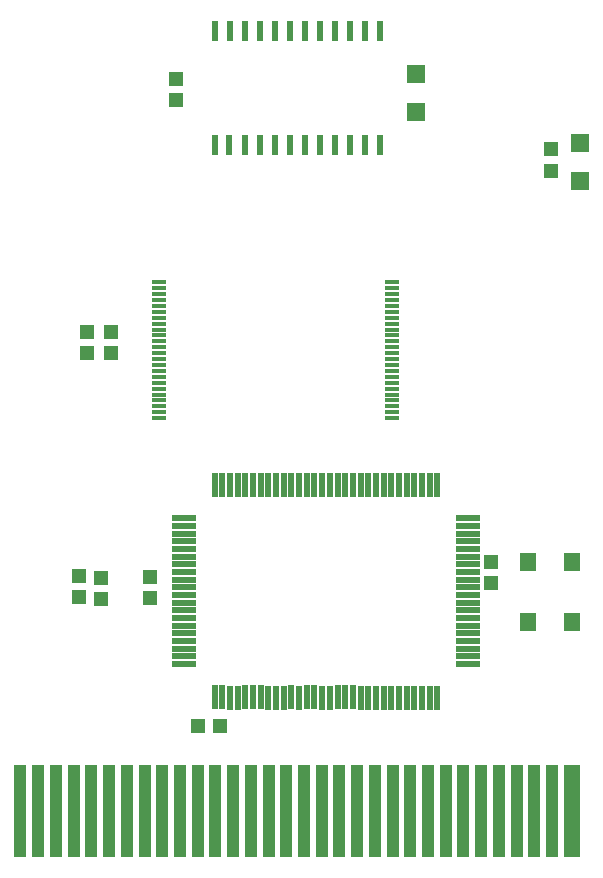
<source format=gbr>
%TF.GenerationSoftware,KiCad,Pcbnew,(6.0.2)*%
%TF.CreationDate,2022-07-19T18:02:22-05:00*%
%TF.ProjectId,REF1512B,52454631-3531-4324-922e-6b696361645f,rev?*%
%TF.SameCoordinates,Original*%
%TF.FileFunction,Paste,Top*%
%TF.FilePolarity,Positive*%
%FSLAX46Y46*%
G04 Gerber Fmt 4.6, Leading zero omitted, Abs format (unit mm)*
G04 Created by KiCad (PCBNEW (6.0.2)) date 2022-07-19 18:02:22*
%MOMM*%
%LPD*%
G01*
G04 APERTURE LIST*
%ADD10R,1.500000X1.500000*%
%ADD11R,1.310000X1.310000*%
%ADD12R,1.350000X1.550000*%
%ADD13R,1.030000X7.780000*%
%ADD14R,1.430000X7.780000*%
%ADD15R,0.470000X2.000000*%
%ADD16R,2.000000X0.470000*%
%ADD17R,1.300000X0.300000*%
%ADD18R,0.600000X1.750000*%
G04 APERTURE END LIST*
D10*
%TO.C,C1*%
X159040000Y-72238000D03*
X159040000Y-69024000D03*
%TD*%
D11*
%TO.C,C6*%
X140614000Y-124273000D03*
X142440000Y-124273000D03*
%TD*%
%TO.C,R1*%
X138678000Y-71283000D03*
X138678000Y-69457000D03*
%TD*%
D10*
%TO.C,C2*%
X172889000Y-78145000D03*
X172889000Y-74931000D03*
%TD*%
D12*
%TO.C,X1*%
X172286000Y-115420000D03*
X172285000Y-110340000D03*
X168518000Y-110340000D03*
X168514000Y-115419000D03*
%TD*%
D11*
%TO.C,C4*%
X132364000Y-113522000D03*
X132364000Y-111696000D03*
%TD*%
D13*
%TO.C,J1*%
X125549000Y-131459000D03*
X127056000Y-131459000D03*
X128551000Y-131459000D03*
X130058000Y-131459000D03*
X131549000Y-131459000D03*
X133056000Y-131459000D03*
X134551000Y-131459000D03*
X136058000Y-131469000D03*
X137552000Y-131464000D03*
X139051000Y-131468000D03*
X140570000Y-131468000D03*
X142053000Y-131468000D03*
X143560000Y-131468000D03*
X145053000Y-131467000D03*
X146560000Y-131467000D03*
X148067000Y-131467000D03*
X149550000Y-131467000D03*
X151052000Y-131467000D03*
X152558000Y-131467000D03*
X154053000Y-131467000D03*
X155560000Y-131467000D03*
X157055000Y-131467000D03*
X158559000Y-131472000D03*
X160054000Y-131460000D03*
X161549000Y-131460000D03*
X163056000Y-131460000D03*
X164556000Y-131459000D03*
X166051000Y-131459000D03*
X167570000Y-131459000D03*
X169059000Y-131466000D03*
X170554000Y-131466000D03*
D14*
X172252000Y-131466000D03*
%TD*%
D15*
%TO.C,U3*%
X141995000Y-121850000D03*
X142644000Y-121849000D03*
X143296000Y-121853000D03*
X143944000Y-121853000D03*
X144593000Y-121849000D03*
X145245000Y-121849000D03*
X145897000Y-121849000D03*
X146544000Y-121852000D03*
X147194000Y-121852000D03*
X147846000Y-121852000D03*
X148495000Y-121850000D03*
X149144000Y-121852000D03*
X149793000Y-121848000D03*
X150445000Y-121848000D03*
X151096000Y-121851000D03*
X151743000Y-121851000D03*
X152395000Y-121849000D03*
X153044000Y-121849000D03*
X153695000Y-121849000D03*
X154344000Y-121851000D03*
X154998000Y-121852000D03*
X155645000Y-121852000D03*
X156294000Y-121852000D03*
X156944000Y-121852000D03*
X157595000Y-121851000D03*
X158244000Y-121851000D03*
X158894000Y-121854000D03*
X159544000Y-121852000D03*
X160192000Y-121852000D03*
X160848000Y-121852000D03*
D16*
X163421000Y-119025000D03*
X163420000Y-118378000D03*
X163418000Y-117726000D03*
X163418000Y-117078000D03*
X163420000Y-116424000D03*
X163418000Y-115777000D03*
X163420000Y-115122000D03*
X163418000Y-114476000D03*
X163418000Y-113827000D03*
X163420000Y-113178000D03*
X163418000Y-112528000D03*
X163420000Y-111876000D03*
X163420000Y-111227000D03*
X163420000Y-110578000D03*
X163420000Y-109926000D03*
X163420000Y-109273000D03*
X163418000Y-108626000D03*
X163420000Y-107977000D03*
X163420000Y-107326000D03*
X163418000Y-106676000D03*
D15*
X160843000Y-103851000D03*
X160195000Y-103847000D03*
X159545000Y-103848000D03*
X158893000Y-103848000D03*
X158244000Y-103848000D03*
X157596000Y-103848000D03*
X156942000Y-103853000D03*
X156294000Y-103853000D03*
X155645000Y-103849000D03*
X154994000Y-103853000D03*
X154346000Y-103850000D03*
X153694000Y-103853000D03*
X153046000Y-103850000D03*
X152394000Y-103850000D03*
X151745000Y-103850000D03*
X151094000Y-103851000D03*
X150445000Y-103851000D03*
X149793000Y-103851000D03*
X149145000Y-103851000D03*
X148493000Y-103851000D03*
X147845000Y-103847000D03*
X147196000Y-103847000D03*
X146543000Y-103849000D03*
X145891000Y-103849000D03*
X145245000Y-103854000D03*
X144593000Y-103850000D03*
X143944000Y-103850000D03*
X143292000Y-103850000D03*
X142647000Y-103850000D03*
X141995000Y-103850000D03*
D16*
X139418000Y-106671000D03*
X139418000Y-107323000D03*
X139422000Y-107972000D03*
X139422000Y-108622000D03*
X139418000Y-109277000D03*
X139418000Y-109922000D03*
X139415000Y-110574000D03*
X139420000Y-111225000D03*
X139418000Y-111874000D03*
X139418000Y-112525000D03*
X139418000Y-113176000D03*
X139418000Y-113826000D03*
X139421000Y-114479000D03*
X139421000Y-115127000D03*
X139418000Y-115774000D03*
X139418000Y-116423000D03*
X139420000Y-117078000D03*
X139420000Y-117725000D03*
X139418000Y-118377000D03*
X139420000Y-119026000D03*
%TD*%
D17*
%TO.C,U2*%
X156968000Y-98197000D03*
X156968000Y-97697000D03*
X156968000Y-97197000D03*
X156968000Y-96697000D03*
X156968000Y-96197000D03*
X156968000Y-95697000D03*
X156968000Y-95197000D03*
X156968000Y-94697000D03*
X156968000Y-94197000D03*
X156968000Y-93697000D03*
X156968000Y-93197000D03*
X156968000Y-92697000D03*
X156968000Y-92197000D03*
X156968000Y-91697000D03*
X156968000Y-91197000D03*
X156968000Y-90697000D03*
X156968000Y-90197000D03*
X156968000Y-89697000D03*
X156968000Y-89197000D03*
X156968000Y-88697000D03*
X156968000Y-88197000D03*
X156968000Y-87697000D03*
X156968000Y-87197000D03*
X156968000Y-86697000D03*
X137268000Y-86697000D03*
X137268000Y-87197000D03*
X137268000Y-87697000D03*
X137268000Y-88197000D03*
X137268000Y-88697000D03*
X137268000Y-89197000D03*
X137268000Y-89697000D03*
X137268000Y-90197000D03*
X137268000Y-90697000D03*
X137268000Y-91197000D03*
X137268000Y-91697000D03*
X137268000Y-92197000D03*
X137268000Y-92697000D03*
X137268000Y-93197000D03*
X137268000Y-93697000D03*
X137268000Y-94197000D03*
X137268000Y-94697000D03*
X137268000Y-95197000D03*
X137268000Y-95697000D03*
X137268000Y-96197000D03*
X137268000Y-96697000D03*
X137268000Y-97197000D03*
X137268000Y-97697000D03*
X137268000Y-98197000D03*
%TD*%
D18*
%TO.C,U1*%
X141984000Y-75072000D03*
X143249000Y-75077000D03*
X144524000Y-75077000D03*
X145794000Y-75075000D03*
X147062000Y-75075000D03*
X148338000Y-75075000D03*
X149607000Y-75073000D03*
X150879000Y-75073000D03*
X152144000Y-75074000D03*
X153416000Y-75074000D03*
X154684000Y-75074000D03*
X155955000Y-75074000D03*
X155954000Y-65422000D03*
X154686000Y-65422000D03*
X153418000Y-65423000D03*
X152148000Y-65423000D03*
X150874000Y-65421000D03*
X149605000Y-65424000D03*
X148334000Y-65421000D03*
X147065000Y-65423000D03*
X145795000Y-65420000D03*
X144525000Y-65425000D03*
X143255000Y-65421000D03*
X141987000Y-65424000D03*
%TD*%
D11*
%TO.C,R3*%
X131172000Y-92708000D03*
X131172000Y-90882000D03*
%TD*%
%TO.C,R2*%
X170466000Y-77265000D03*
X170466000Y-75439000D03*
%TD*%
%TO.C,C5*%
X136499000Y-113466000D03*
X136499000Y-111640000D03*
%TD*%
%TO.C,C7*%
X165429000Y-112188000D03*
X165429000Y-110362000D03*
%TD*%
%TO.C,R4*%
X130465000Y-113362000D03*
X130465000Y-111536000D03*
%TD*%
%TO.C,C3*%
X133197000Y-92714000D03*
X133197000Y-90888000D03*
%TD*%
M02*

</source>
